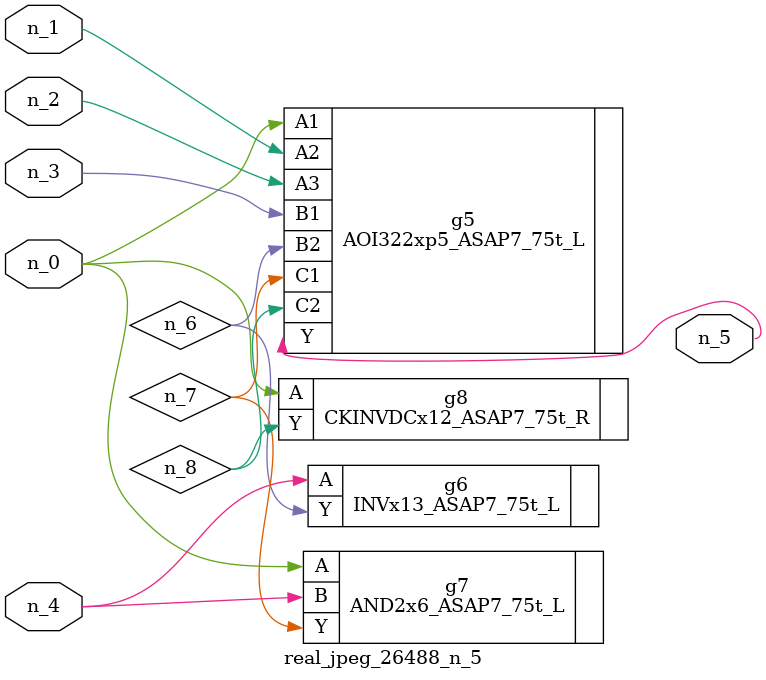
<source format=v>
module real_jpeg_26488_n_5 (n_4, n_0, n_1, n_2, n_3, n_5);

input n_4;
input n_0;
input n_1;
input n_2;
input n_3;

output n_5;

wire n_8;
wire n_6;
wire n_7;

AOI322xp5_ASAP7_75t_L g5 ( 
.A1(n_0),
.A2(n_1),
.A3(n_2),
.B1(n_3),
.B2(n_6),
.C1(n_7),
.C2(n_8),
.Y(n_5)
);

AND2x6_ASAP7_75t_L g7 ( 
.A(n_0),
.B(n_4),
.Y(n_7)
);

CKINVDCx12_ASAP7_75t_R g8 ( 
.A(n_0),
.Y(n_8)
);

INVx13_ASAP7_75t_L g6 ( 
.A(n_4),
.Y(n_6)
);


endmodule
</source>
